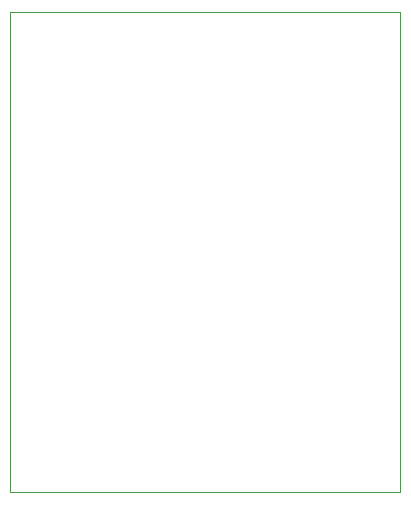
<source format=gbr>
G04 #@! TF.GenerationSoftware,KiCad,Pcbnew,(5.1.0)-1*
G04 #@! TF.CreationDate,2021-10-08T02:38:58-05:00*
G04 #@! TF.ProjectId,nixie_legacy-power,6e697869-655f-46c6-9567-6163792d706f,rev?*
G04 #@! TF.SameCoordinates,Original*
G04 #@! TF.FileFunction,Other,Fab,Bot*
%FSLAX46Y46*%
G04 Gerber Fmt 4.6, Leading zero omitted, Abs format (unit mm)*
G04 Created by KiCad (PCBNEW (5.1.0)-1) date 2021-10-08 02:38:58*
%MOMM*%
%LPD*%
G04 APERTURE LIST*
%ADD10C,0.100000*%
G04 APERTURE END LIST*
D10*
X87884000Y-77470000D02*
X120904000Y-77470000D01*
X87884000Y-118110000D02*
X87884000Y-77470000D01*
X120904000Y-118110000D02*
X87884000Y-118110000D01*
X120904000Y-77470000D02*
X120904000Y-118110000D01*
M02*

</source>
